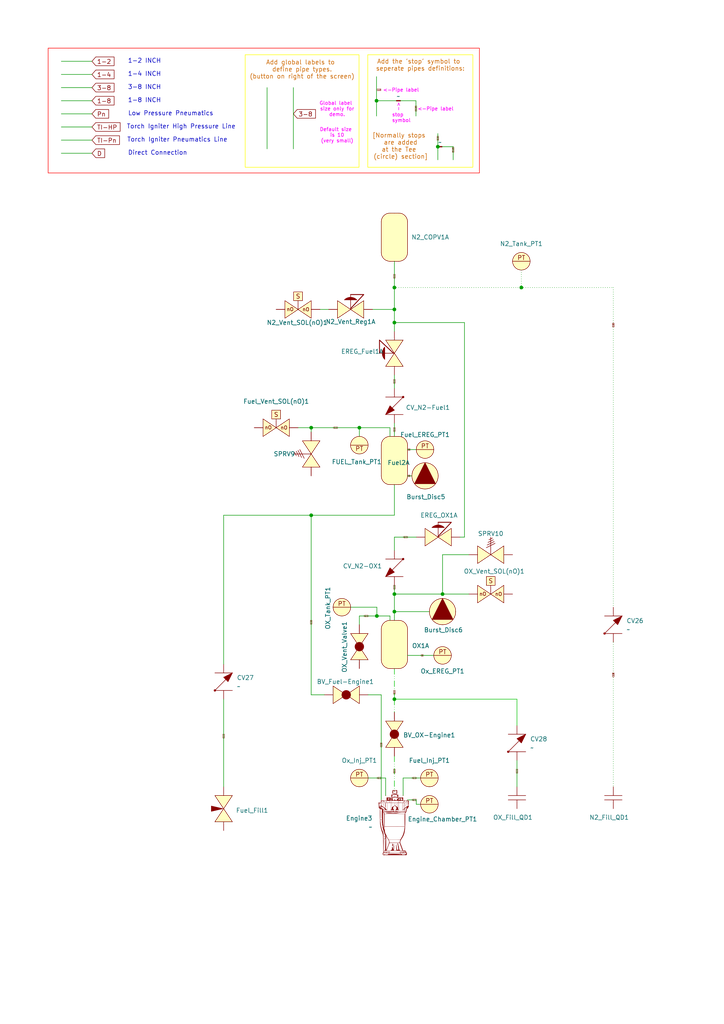
<source format=kicad_sch>
(kicad_sch (version 20250114) (generator "eeschema") (generator_version "9.0")
  (paper "A4" portrait)
  (lib_symbols
    (symbol "Ball_Valve_1"
      (property "Reference" "BV" (at 3.81 -4.318 0))
      (symbol "Ball_Valve_1_1_1"
        (pin passive line (at -2.54 0 0) (length 2.54) (name "") (number ""))
        (pin passive line (at 10.16 0 180) (length 2.54) (name "") (number ""))
      )
    )
    (symbol "Ball_Valve_2"
      (property "Reference" "BV" (at 3.81 -4.318 0))
      (symbol "Ball_Valve_2_1_1"
        (pin passive line (at -2.54 0 0) (length 2.54) (name "") (number ""))
        (pin passive line (at 10.16 0 180) (length 2.54) (name "") (number ""))
      )
    )
    (symbol "Burst_Disc_1"
      (property "Reference" "Burst_Disc" (at 0 -5.334 0))
      (symbol "Burst_Disc_1_1_1"
        (pin passive line (at -3.81 0 0) (length 0) (name "") (number ""))
        (pin passive line (at 0 -3.81 90) (length 0) (name "") (number ""))
        (pin passive line (at 3.81 0 180) (length 0) (name "") (number ""))
      )
    )
    (symbol "Check_Valve_1"
      (property "Reference" "CV" (at 2.54 -4.064 0))
      (symbol "Check_Valve_1_1_1"
        (pin bidirectional line (at -2.54 0 0) (length 2.54) (name "") (number ""))
        (pin bidirectional line (at 7.62 0 180) (length 2.54) (name "") (number ""))
      )
    )
    (symbol "Check_Valve_2"
      (property "Reference" "CV" (at 2.54 -4.064 0))
      (symbol "Check_Valve_2_1_1"
        (pin bidirectional line (at -2.54 0 0) (length 2.54) (name "") (number ""))
        (pin bidirectional line (at 7.62 0 180) (length 2.54) (name "") (number ""))
      )
    )
    (symbol "Check_Valve_3"
      (property "Reference" "CV" (at 2.54 -4.064 0))
      (symbol "Check_Valve_3_1_1"
        (pin bidirectional line (at -2.54 0 0) (length 2.54) (name "") (number ""))
        (pin bidirectional line (at 7.62 0 180) (length 2.54) (name "") (number ""))
      )
    )
    (symbol "Check_Valve_4"
      (property "Reference" "CV" (at 2.54 -4.064 0))
      (symbol "Check_Valve_4_1_1"
        (pin bidirectional line (at -2.54 0 0) (length 2.54) (name "") (number ""))
        (pin bidirectional line (at 7.62 0 180) (length 2.54) (name "") (number ""))
      )
    )
    (symbol "Normally Open Solenoid_1"
      (property "Reference" "nO_Sol" (at 3.81 -3.81 0))
      (symbol "Normally Open Solenoid_1_1_1"
        (text "nO\n\n" (at 1.524 -0.762 0) (effects (font (size 1 1))))
        (text "S\n" (at 3.81 3.81 0) (effects (font (size 1.27 1.27))))
        (text "nO" (at 6.096 0 0) (effects (font (size 1 1))))
        (pin passive line (at -2.54 0 0) (length 2.54) (name "") (number ""))
        (pin passive line (at 10.16 0 180) (length 2.54) (name "") (number ""))
      )
    )
    (symbol "Normally Open Solenoid_2"
      (property "Reference" "nO_Sol" (at 3.81 -3.81 0))
      (symbol "Normally Open Solenoid_2_1_1"
        (text "nO\n\n" (at 1.524 -0.762 0) (effects (font (size 1 1))))
        (text "S\n" (at 3.81 3.81 0) (effects (font (size 1.27 1.27))))
        (text "nO" (at 6.096 0 0) (effects (font (size 1 1))))
        (pin passive line (at -2.54 0 0) (length 2.54) (name "") (number ""))
        (pin passive line (at 10.16 0 180) (length 2.54) (name "") (number ""))
      )
    )
    (symbol "PID_symbols:Ball_Valve"
      (property "Reference" "BV" (at 3.81 -4.318 0))
      (symbol "Ball_Valve_1_1"
        (pin passive line (at -2.54 0 0) (length 2.54) (name "") (number ""))
        (pin passive line (at 10.16 0 180) (length 2.54) (name "") (number ""))
      )
    )
    (symbol "PID_symbols:Burst_Disc"
      (property "Reference" "Burst_Disc" (at 0 -5.334 0))
      (symbol "Burst_Disc_1_1"
        (pin passive line (at -3.81 0 0) (length 0) (name "") (number ""))
        (pin passive line (at 0 -3.81 90) (length 0) (name "") (number ""))
        (pin passive line (at 3.81 0 180) (length 0) (name "") (number ""))
      )
    )
    (symbol "PID_symbols:Check_Valve"
      (property "Reference" "CV" (at 2.54 -4.064 0))
      (symbol "Check_Valve_1_1"
        (pin bidirectional line (at -2.54 0 0) (length 2.54) (name "") (number ""))
        (pin bidirectional line (at 7.62 0 180) (length 2.54) (name "") (number ""))
      )
    )
    (symbol "PID_symbols:Engine"
      (property "Reference" "Engine" (at 0 0 0))
      (symbol "Engine_1_1"
        (pin input line (at -3.81 3.81 0) (length 0) (name "") (number ""))
        (pin input line (at -2.54 5.08 0) (length 0) (name "") (number ""))
        (pin input line (at 0 6.35 0) (length 0) (name "") (number ""))
        (pin input line (at 2.54 5.08 0) (length 0) (name "") (number ""))
        (pin input line (at 3.81 3.81 0) (length 0) (name "") (number ""))
      )
    )
    (symbol "PID_symbols:Needle_Valve"
      (property "Reference" "Needle_Valve" (at 3.556 -3.81 0))
      (symbol "Needle_Valve_1_1"
        (pin passive line (at -2.54 0 0) (length 2.54) (name "") (number ""))
        (pin passive line (at 10.16 0 180) (length 2.54) (name "") (number ""))
      )
    )
    (symbol "PID_symbols:Normally Open Solenoid"
      (property "Reference" "nO_Sol" (at 3.81 -3.81 0))
      (symbol "Normally Open Solenoid_1_1"
        (text "nO\n\n" (at 1.524 -0.762 0) (effects (font (size 1 1))))
        (text "S\n" (at 3.81 3.81 0) (effects (font (size 1.27 1.27))))
        (text "nO" (at 6.096 0 0) (effects (font (size 1 1))))
        (pin passive line (at -2.54 0 0) (length 2.54) (name "") (number ""))
        (pin passive line (at 10.16 0 180) (length 2.54) (name "") (number ""))
      )
    )
    (symbol "PID_symbols:Pressure_Regulator"
      (property "Reference" "Servo_Reg" (at 3.81 -3.81 0))
      (symbol "Pressure_Regulator_1_1"
        (unit_name "Reg")
        (pin passive line (at -2.54 0 0) (length 2.54) (name "") (number ""))
        (pin passive line (at 10.16 0 180) (length 2.54) (name "") (number ""))
      )
      (symbol "Pressure_Regulator_1_2"
        (unit_name "Reg")
        (pin passive line (at -2.54 0 0) (length 2.54) (name "") (number ""))
        (pin passive line (at 10.16 0 180) (length 2.54) (name "") (number ""))
      )
      (symbol "Pressure_Regulator_2_1"
        (unit_name "Servo-Reg")
        (pin passive line (at -2.54 0 0) (length 2.54) (name "") (number ""))
        (pin passive line (at 10.16 0 180) (length 2.54) (name "") (number ""))
      )
      (symbol "Pressure_Regulator_2_2"
        (unit_name "Servo-Reg")
        (pin passive line (at -2.54 0 0) (length 2.54) (name "") (number ""))
        (pin passive line (at 10.16 0 180) (length 2.54) (name "") (number ""))
      )
    )
    (symbol "PID_symbols:Pressure_Transducer"
      (property "Reference" "PT" (at 0 -3.81 0))
      (symbol "Pressure_Transducer_1_1"
        (text "PT\n" (at 0 1.016 0) (effects (font (size 1.27 1.27))))
        (pin passive line (at -2.54 0 0) (length 0) (name "") (number ""))
        (pin passive line (at 0 -2.54 90) (length 0) (name "") (number ""))
        (pin passive line (at 2.54 0 180) (length 0) (name "") (number ""))
      )
    )
    (symbol "PID_symbols:Quick_Disconnect"
      (property "Reference" "QD" (at 0.762 -4.572 0))
      (symbol "Quick_Disconnect_1_1"
        (pin passive line (at -2.54 0 0) (length 2.54) (name "") (number ""))
        (pin passive line (at 3.81 0 180) (length 2.54) (name "") (number ""))
      )
    )
    (symbol "PID_symbols:SPRV"
      (property "Reference" "SPRV" (at 3.556 -3.302 0))
      (symbol "SPRV_1_1"
        (pin passive line (at -2.54 0 0) (length 2.54) (name "") (number ""))
        (pin passive line (at 10.16 0 180) (length 2.54) (name "") (number ""))
      )
    )
    (symbol "PID_symbols:Tank"
      (property "Reference" "T" (at 6.35 5.08 0))
      (symbol "Tank_1_1"
        (unit_name "Small")
        (pin passive line (at 1.27 11.43 270) (length 0) (name "") (number ""))
        (pin passive line (at 1.27 -2.54 90) (length 0) (name "") (number ""))
      )
      (symbol "Tank_1_2"
        (unit_name "Small")
        (pin passive line (at 1.27 11.43 270) (length 0) (name "") (number ""))
        (pin passive line (at 1.27 -2.54 90) (length 0) (name "") (number ""))
      )
      (symbol "Tank_2_1"
        (unit_name "Big COAX")
        (pin passive line (at 0 20.32 90) (length 0) (name "") (number ""))
        (pin passive line (at 2.54 -2.54 90) (length 0) (name "") (number ""))
      )
      (symbol "Tank_2_2"
        (unit_name "Big COAX")
        (pin passive line (at 0 -2.54 90) (length 0) (name "") (number ""))
        (pin passive line (at 2.54 -2.54 90) (length 0) (name "") (number ""))
      )
    )
    (symbol "PID_symbols:stop" (in_bom no) (on_board no)
      (symbol "stop_1_1"
        (pin bidirectional line (at -1.27 0 0) (length 0) (name "") (number ""))
        (pin bidirectional line (at 0 0 180) (length 0) (name "") (number ""))
      )
    )
    (symbol "Pressure_Regulator_1"
      (property "Reference" "Servo_Reg" (at 3.81 -3.81 0))
      (symbol "Pressure_Regulator_1_1_1"
        (unit_name "Reg")
        (pin passive line (at -2.54 0 0) (length 2.54) (name "") (number ""))
        (pin passive line (at 10.16 0 180) (length 2.54) (name "") (number ""))
      )
      (symbol "Pressure_Regulator_1_1_2"
        (unit_name "Reg")
        (pin passive line (at -2.54 0 0) (length 2.54) (name "") (number ""))
        (pin passive line (at 10.16 0 180) (length 2.54) (name "") (number ""))
      )
      (symbol "Pressure_Regulator_1_2_1"
        (unit_name "Servo-Reg")
        (pin passive line (at -2.54 0 0) (length 2.54) (name "") (number ""))
        (pin passive line (at 10.16 0 180) (length 2.54) (name "") (number ""))
      )
      (symbol "Pressure_Regulator_1_2_2"
        (unit_name "Servo-Reg")
        (pin passive line (at -2.54 0 0) (length 2.54) (name "") (number ""))
        (pin passive line (at 10.16 0 180) (length 2.54) (name "") (number ""))
      )
    )
    (symbol "Pressure_Regulator_2"
      (property "Reference" "Servo_Reg" (at 3.81 -3.81 0))
      (symbol "Pressure_Regulator_2_1_1"
        (unit_name "Reg")
        (pin passive line (at -2.54 0 0) (length 2.54) (name "") (number ""))
        (pin passive line (at 10.16 0 180) (length 2.54) (name "") (number ""))
      )
      (symbol "Pressure_Regulator_2_1_2"
        (unit_name "Reg")
        (pin passive line (at -2.54 0 0) (length 2.54) (name "") (number ""))
        (pin passive line (at 10.16 0 180) (length 2.54) (name "") (number ""))
      )
      (symbol "Pressure_Regulator_2_2_1"
        (unit_name "Servo-Reg")
        (pin passive line (at -2.54 0 0) (length 2.54) (name "") (number ""))
        (pin passive line (at 10.16 0 180) (length 2.54) (name "") (number ""))
      )
      (symbol "Pressure_Regulator_2_2_2"
        (unit_name "Servo-Reg")
        (pin passive line (at -2.54 0 0) (length 2.54) (name "") (number ""))
        (pin passive line (at 10.16 0 180) (length 2.54) (name "") (number ""))
      )
    )
    (symbol "Pressure_Transducer_1"
      (property "Reference" "PT" (at 0 -3.81 0))
      (symbol "Pressure_Transducer_1_1_1"
        (text "PT\n" (at 0 1.016 0) (effects (font (size 1.27 1.27))))
        (pin passive line (at -2.54 0 0) (length 0) (name "") (number ""))
        (pin passive line (at 0 -2.54 90) (length 0) (name "") (number ""))
        (pin passive line (at 2.54 0 180) (length 0) (name "") (number ""))
      )
    )
    (symbol "Pressure_Transducer_2"
      (property "Reference" "PT" (at 0 -3.81 0))
      (symbol "Pressure_Transducer_2_1_1"
        (text "PT\n" (at 0 1.016 0) (effects (font (size 1.27 1.27))))
        (pin passive line (at -2.54 0 0) (length 0) (name "") (number ""))
        (pin passive line (at 0 -2.54 90) (length 0) (name "") (number ""))
        (pin passive line (at 2.54 0 180) (length 0) (name "") (number ""))
      )
    )
    (symbol "Pressure_Transducer_3"
      (property "Reference" "PT" (at 0 -3.81 0))
      (symbol "Pressure_Transducer_3_1_1"
        (text "PT\n" (at 0 1.016 0) (effects (font (size 1.27 1.27))))
        (pin passive line (at -2.54 0 0) (length 0) (name "") (number ""))
        (pin passive line (at 0 -2.54 90) (length 0) (name "") (number ""))
        (pin passive line (at 2.54 0 180) (length 0) (name "") (number ""))
      )
    )
    (symbol "Pressure_Transducer_4"
      (property "Reference" "PT" (at 0 -3.81 0))
      (symbol "Pressure_Transducer_4_1_1"
        (text "PT\n" (at 0 1.016 0) (effects (font (size 1.27 1.27))))
        (pin passive line (at -2.54 0 0) (length 0) (name "") (number ""))
        (pin passive line (at 0 -2.54 90) (length 0) (name "") (number ""))
        (pin passive line (at 2.54 0 180) (length 0) (name "") (number ""))
      )
    )
    (symbol "Pressure_Transducer_5"
      (property "Reference" "PT" (at 0 -3.81 0))
      (symbol "Pressure_Transducer_5_1_1"
        (text "PT\n" (at 0 1.016 0) (effects (font (size 1.27 1.27))))
        (pin passive line (at -2.54 0 0) (length 0) (name "") (number ""))
        (pin passive line (at 0 -2.54 90) (length 0) (name "") (number ""))
        (pin passive line (at 2.54 0 180) (length 0) (name "") (number ""))
      )
    )
    (symbol "Pressure_Transducer_6"
      (property "Reference" "PT" (at 0 -3.81 0))
      (symbol "Pressure_Transducer_6_1_1"
        (text "PT\n" (at 0 1.016 0) (effects (font (size 1.27 1.27))))
        (pin passive line (at -2.54 0 0) (length 0) (name "") (number ""))
        (pin passive line (at 0 -2.54 90) (length 0) (name "") (number ""))
        (pin passive line (at 2.54 0 180) (length 0) (name "") (number ""))
      )
    )
    (symbol "Pressure_Transducer_7"
      (property "Reference" "PT" (at 0 -3.81 0))
      (symbol "Pressure_Transducer_7_1_1"
        (text "PT\n" (at 0 1.016 0) (effects (font (size 1.27 1.27))))
        (pin passive line (at -2.54 0 0) (length 0) (name "") (number ""))
        (pin passive line (at 0 -2.54 90) (length 0) (name "") (number ""))
        (pin passive line (at 2.54 0 180) (length 0) (name "") (number ""))
      )
    )
    (symbol "Quick_Disconnect_1"
      (property "Reference" "QD" (at 0.762 -4.572 0))
      (symbol "Quick_Disconnect_1_1_1"
        (pin passive line (at -2.54 0 0) (length 2.54) (name "") (number ""))
        (pin passive line (at 3.81 0 180) (length 2.54) (name "") (number ""))
      )
    )
    (symbol "SPRV_1"
      (property "Reference" "SPRV" (at 3.556 -3.302 0))
      (symbol "SPRV_1_1_1"
        (pin passive line (at -2.54 0 0) (length 2.54) (name "") (number ""))
        (pin passive line (at 10.16 0 180) (length 2.54) (name "") (number ""))
      )
    )
    (symbol "Tank_1"
      (property "Reference" "T" (at 6.35 5.08 0))
      (symbol "Tank_1_1_1"
        (unit_name "Small")
        (pin passive line (at 1.27 11.43 270) (length 0) (name "") (number ""))
        (pin passive line (at 1.27 -2.54 90) (length 0) (name "") (number ""))
      )
      (symbol "Tank_1_1_2"
        (unit_name "Small")
        (pin passive line (at 1.27 11.43 270) (length 0) (name "") (number ""))
        (pin passive line (at 1.27 -2.54 90) (length 0) (name "") (number ""))
      )
      (symbol "Tank_1_2_1"
        (unit_name "Big COAX")
        (pin passive line (at 0 20.32 90) (length 0) (name "") (number ""))
        (pin passive line (at 2.54 -2.54 90) (length 0) (name "") (number ""))
      )
      (symbol "Tank_1_2_2"
        (unit_name "Big COAX")
        (pin passive line (at 0 -2.54 90) (length 0) (name "") (number ""))
        (pin passive line (at 2.54 -2.54 90) (length 0) (name "") (number ""))
      )
    )
    (symbol "Tank_2"
      (property "Reference" "T" (at 6.35 5.08 0))
      (symbol "Tank_2_1_1"
        (unit_name "Small")
        (pin passive line (at 1.27 11.43 270) (length 0) (name "") (number ""))
        (pin passive line (at 1.27 -2.54 90) (length 0) (name "") (number ""))
      )
      (symbol "Tank_2_1_2"
        (unit_name "Small")
        (pin passive line (at 1.27 11.43 270) (length 0) (name "") (number ""))
        (pin passive line (at 1.27 -2.54 90) (length 0) (name "") (number ""))
      )
      (symbol "Tank_2_2_1"
        (unit_name "Big COAX")
        (pin passive line (at 0 20.32 90) (length 0) (name "") (number ""))
        (pin passive line (at 2.54 -2.54 90) (length 0) (name "") (number ""))
      )
      (symbol "Tank_2_2_2"
        (unit_name "Big COAX")
        (pin passive line (at 0 -2.54 90) (length 0) (name "") (number ""))
        (pin passive line (at 2.54 -2.54 90) (length 0) (name "") (number ""))
      )
    )
    (symbol "stop_1" (in_bom no) (on_board no)
      (symbol "stop_1_1_1"
        (pin bidirectional line (at -1.27 0 0) (length 0) (name "") (number ""))
        (pin bidirectional line (at 0 0 180) (length 0) (name "") (number ""))
      )
    )
  )
  (rectangle (start 106.68 15.875) (end 137.16 48.514) (stroke (width 0) (color 255 255 0 1)))
  (rectangle (start 71.12 15.875) (end 104.14 48.514) (stroke (width 0) (color 255 255 0 1)))
  (rectangle (start 13.97 13.97) (end 139.065 50.165) (stroke (width 0) (color 255 0 0 1)))
  (text "1-8 INCH\n" (at 41.91 29.21 0) (effects (font (size 1.27 1.27))))
  (text "Add global labels to \ndefine pipe types.\n(button on right of the screen)" (at 87.63 20.32 0) (effects (font (size 1.27 1.27))))
  (text "Add the 'stop' symbol to \nseperate pipes definitions:\n" (at 121.92 19.05 0) (effects (font (size 1.27 1.27))))
  (text "stop\nsymbol" (at 113.665 34.29 0) (effects (font (size 1.016 1.016)) (justify left)))
  (text "<-Pipe label\n" (at 116.332 26.289 0) (effects (font (size 1.016 1.016))))
  (text " Torch Igniter High Pressure Line" (at 52.07 36.83 0) (effects (font (size 1.27 1.27))))
  (text "Default size \nis 10\n(very small)\n" (at 97.79 39.37 0) (effects (font (size 1.016 1.016))))
  (text "Global label \nsize only for\ndemo." (at 97.79 31.75 0) (effects (font (size 1.016 1.016))))
  (text "[Normally stops \nare added\nat the Tee \n(circle) section]" (at 116.205 42.545 0) (effects (font (size 1.27 1.27))))
  (text "1-2 INCH\n" (at 41.91 17.78 0) (effects (font (size 1.27 1.27))))
  (text "->" (at 115.57 31.115 90) (effects (font (size 1.016 1.016))))
  (text "Low Pressure Pneumatics" (at 49.53 33.02 0) (effects (font (size 1.27 1.27))))
  (text "<-Pipe label\n" (at 126.365 31.75 0) (effects (font (size 1.016 1.016))))
  (text "1-4 INCH\n" (at 41.91 21.59 0) (effects (font (size 1.27 1.27))))
  (text "Torch Igniter Pneumatics Line" (at 51.435 40.64 0) (effects (font (size 1.27 1.27))))
  (text "Direct Connection" (at 45.72 44.45 0) (effects (font (size 1.27 1.27))))
  (text "3-8 INCH\n" (at 41.91 25.4 0) (effects (font (size 1.27 1.27))))
  (junction (at 114.3982 177.3693))
  (junction (at 90.2682 124.0293))
  (junction (at 90.2682 149.4293))
  (junction (at 114.3982 202.7693))
  (junction (at 128.3682 172.2893))
  (junction (at 114.3982 93.5493))
  (junction (at 114.3982 172.2893))
  (junction (at 104.2382 124.0293))
  (junction (at 109.3182 178.6393))
  (junction (at 151.2282 83.3893))
  (junction (at 109.22 29.21))
  (junction (at 127 42.545))
  (junction (at 114.3982 83.3893))
  (junction (at 114.3982 89.7393))
  (wire (pts (xy 128.27 42.545) (xy 131.445 42.545)))
  (wire (pts (xy 149.9582 202.7693) (xy 149.9582 210.3893)) (stroke (width 0) (color 0 194 0 1)))
  (wire (pts (xy 90.2682 149.4293) (xy 90.2682 201.4993)))
  (wire (pts (xy 114.3982 93.5493) (xy 134.7182 93.5493)))
  (wire (pts (xy 177.8982 83.3893) (xy 177.8982 176.0993)) (stroke (width 0) (type dot)))
  (wire (pts (xy 134.7182 93.5493) (xy 134.7182 155.7793)))
  (wire (pts (xy 114.3982 89.7393) (xy 114.3982 93.5493)))
  (wire (pts (xy 151.2282 78.3093) (xy 151.2282 83.3893)) (stroke (width 0) (type dot)))
  (wire (pts (xy 104.2382 178.6393) (xy 104.2382 181.1793)))
  (wire (pts (xy 114.3982 108.7893) (xy 114.3982 112.5993)))
  (wire (pts (xy 120.65 29.21) (xy 120.65 33.655)))
  (wire (pts (xy 118.2082 190.0693) (xy 125.8282 190.0693)))
  (wire (pts (xy 118.2082 137.9993) (xy 119.4782 137.9993)))
  (wire (pts (xy 114.3982 177.3693) (xy 114.3982 179.9093)))
  (wire (pts (xy 64.8682 202.7693) (xy 64.8682 228.1693)))
  (wire (pts (xy 17.78 21.59) (xy 26.67 21.59)))
  (wire (pts (xy 114.3982 202.7693) (xy 114.3982 206.5793)) (stroke (width 0) (type dash_dot_dot) (color 0 194 0 1)))
  (wire (pts (xy 114.3982 169.7493) (xy 114.3982 172.2893)))
  (wire (pts (xy 120.7482 231.9793) (xy 120.7482 233.2493)))
  (wire (pts (xy 128.3682 160.8593) (xy 135.9882 160.8593)))
  (wire (pts (xy 114.3982 193.8793) (xy 114.3982 202.7693)) (stroke (width 0) (type dash_dot_dot) (color 0 194 0 1)))
  (wire (pts (xy 17.78 25.4) (xy 26.67 25.4)))
  (wire (pts (xy 133.4482 155.7793) (xy 134.7182 155.7793)))
  (wire (pts (xy 114.3982 93.5493) (xy 114.3982 96.0893)))
  (wire (pts (xy 92.8082 89.7393) (xy 95.3482 89.7393)))
  (wire (pts (xy 109.3182 178.6393) (xy 104.2382 178.6393)))
  (wire (pts (xy 109.22 29.21) (xy 109.22 33.655)))
  (wire (pts (xy 109.22 29.21) (xy 114.935 29.21)))
  (wire (pts (xy 109.3182 178.6393) (xy 109.3182 176.0993)))
  (wire (pts (xy 114.3982 122.7593) (xy 114.3982 126.5693)))
  (wire (pts (xy 113.1282 126.5693) (xy 113.1282 124.0293)))
  (wire (pts (xy 77.47 25.4) (xy 77.47 43.18)))
  (wire (pts (xy 111.8582 230.7093) (xy 111.8582 225.6293)))
  (wire (pts (xy 17.78 44.45) (xy 26.67 44.45)))
  (wire (pts (xy 85.09 25.4) (xy 85.09 43.18)))
  (wire (pts (xy 110.5882 201.4993) (xy 110.5882 231.9793)))
  (wire (pts (xy 114.3982 177.3693) (xy 124.5582 177.3693)))
  (wire (pts (xy 120.7482 155.7793) (xy 114.3982 155.7793)))
  (wire (pts (xy 104.2382 124.0293) (xy 113.1282 124.0293)))
  (wire (pts (xy 64.8682 149.4293) (xy 90.2682 149.4293)))
  (wire (pts (xy 113.1282 178.6393) (xy 109.3182 178.6393)))
  (wire (pts (xy 128.3682 172.2893) (xy 128.3682 160.8593)))
  (wire (pts (xy 118.2082 130.3793) (xy 120.7482 130.3793)))
  (wire (pts (xy 17.78 40.64) (xy 26.67 40.64)))
  (wire (pts (xy 114.3982 83.3893) (xy 151.2282 83.3893)) (stroke (width 0) (type dot)))
  (wire (pts (xy 114.3982 219.2793) (xy 114.3982 229.4393)) (stroke (width 0) (type dash_dot_dot) (color 0 194 0 1)))
  (wire (pts (xy 116.205 29.21) (xy 120.65 29.21)))
  (wire (pts (xy 113.1282 179.9093) (xy 113.1282 178.6393)))
  (wire (pts (xy 86.4582 124.0293) (xy 90.2682 124.0293)))
  (wire (pts (xy 116.9382 225.6293) (xy 122.0182 225.6293)))
  (wire (pts (xy 116.9382 230.7093) (xy 116.9382 225.6293)))
  (wire (pts (xy 127 38.735) (xy 127 42.545)))
  (wire (pts (xy 114.3982 172.2893) (xy 114.3982 177.3693)))
  (wire (pts (xy 114.3982 83.3893) (xy 114.3982 89.7393)))
  (wire (pts (xy 127 42.545) (xy 127 46.355)))
  (wire (pts (xy 114.3982 149.4293) (xy 90.2682 149.4293)))
  (wire (pts (xy 114.3982 172.2893) (xy 128.3682 172.2893)))
  (wire (pts (xy 111.8582 225.6293) (xy 106.7782 225.6293)))
  (wire (pts (xy 131.445 42.545) (xy 131.445 46.355)))
  (wire (pts (xy 17.78 29.21) (xy 26.67 29.21)))
  (wire (pts (xy 106.7782 201.4993) (xy 110.5882 201.4993)))
  (wire (pts (xy 17.78 33.02) (xy 26.67 33.02)))
  (wire (pts (xy 151.2282 83.3893) (xy 177.8982 83.3893)) (stroke (width 0) (type dot)))
  (wire (pts (xy 17.78 17.78) (xy 26.67 17.78)))
  (wire (pts (xy 90.2682 124.0293) (xy 104.2382 124.0293)))
  (wire (pts (xy 64.8682 192.6093) (xy 64.8682 149.4293)))
  (wire (pts (xy 177.8982 186.2593) (xy 177.8982 228.1693)) (stroke (width 0) (type dot)))
  (wire (pts (xy 108.0482 89.7393) (xy 114.3982 89.7393)))
  (wire (pts (xy 114.3982 140.5393) (xy 114.3982 149.4293)))
  (wire (pts (xy 128.3682 172.2893) (xy 135.9882 172.2893)))
  (wire (pts (xy 104.2382 124.0293) (xy 104.2382 126.5693)))
  (wire (pts (xy 118.2082 231.9793) (xy 120.7482 231.9793)))
  (wire (pts (xy 17.78 36.83) (xy 26.67 36.83)))
  (wire (pts (xy 90.2682 201.4993) (xy 94.0782 201.4993)))
  (wire (pts (xy 114.3982 155.7793) (xy 114.3982 159.5893)))
  (wire (pts (xy 114.3982 75.7693) (xy 114.3982 83.3893)))
  (wire (pts (xy 120.7482 233.2493) (xy 122.0182 233.2493)))
  (wire (pts (xy 90.2682 124.0293) (xy 90.2682 125.2993)))
  (wire (pts (xy 149.9582 220.5493) (xy 149.9582 228.1693)))
  (wire (pts (xy 114.3982 202.7693) (xy 149.9582 202.7693)) (stroke (width 0) (color 0 194 0 1)))
  (wire (pts (xy 109.22 22.225) (xy 109.22 29.21)))
  (wire (pts (xy 101.6982 176.0993) (xy 109.3182 176.0993)))
  (global_label "1-4" (shape input) (at 109.3182 225.6293 0) (effects (font (size 0.254 0.254))) (property "Intersheetrefs" "${INTERSHEET_REFS}" (effects (hide yes))))
  (global_label "TI-HP" (shape input) (at 26.67 36.83 0) (property "Intersheetrefs" "${INTERSHEET_REFS}" (effects (hide yes))))
  (global_label "D" (shape input) (at 26.67 44.45 0) (property "Intersheetrefs" "${INTERSHEET_REFS}" (effects (hide yes))))
  (global_label "1-4" (shape input) (at 64.8682 214.1993 90) (effects (font (size 0.254 0.254))) (property "Intersheetrefs" "${INTERSHEET_REFS}" (effects (hide yes))))
  (global_label "1-2" (shape input) (at 110.5882 216.7393 90) (effects (font (size 0.254 0.254))) (property "Intersheetrefs" "${INTERSHEET_REFS}" (effects (hide yes))))
  (global_label "1-2" (shape input) (at 109.22 26.035 0) (effects (font (size 0.254 0.254))) (property "Intersheetrefs" "${INTERSHEET_REFS}" (effects (hide yes))))
  (global_label "1-8" (shape input) (at 26.67 29.21 0) (property "Intersheetrefs" "${INTERSHEET_REFS}" (effects (hide yes))))
  (global_label "3-8" (shape input) (at 26.67 25.4 0) (property "Intersheetrefs" "${INTERSHEET_REFS}" (effects (hide yes))))
  (global_label "D" (shape input) (at 118.2082 137.9993 0) (effects (font (size 0.254 0.254))) (property "Intersheetrefs" "${INTERSHEET_REFS}" (effects (hide yes))))
  (global_label "3-4" (shape input) (at 114.3982 224.3593 90) (effects (font (size 0.254 0.254))) (property "Intersheetrefs" "${INTERSHEET_REFS}" (effects (hide yes))))
  (global_label "1-4" (shape input) (at 119.4782 231.9793 0) (effects (font (size 0.254 0.254))) (property "Intersheetrefs" "${INTERSHEET_REFS}" (effects (hide yes))))
  (global_label "3-4" (shape input) (at 114.3982 201.4993 90) (effects (font (size 0.254 0.254))) (property "Intersheetrefs" "${INTERSHEET_REFS}" (effects (hide yes))))
  (global_label "D" (shape input) (at 122.0182 190.0693 0) (effects (font (size 0.254 0.254))) (property "Intersheetrefs" "${INTERSHEET_REFS}" (effects (hide yes))))
  (global_label "1-4" (shape input) (at 114.3982 80.8493 90) (effects (font (size 0.254 0.254))) (property "Intersheetrefs" "${INTERSHEET_REFS}" (effects (hide yes))))
  (global_label "1-2" (shape input) (at 90.2682 181.1793 90) (effects (font (size 0.254 0.254))) (property "Intersheetrefs" "${INTERSHEET_REFS}" (effects (hide yes))))
  (global_label "TI-Pn" (shape input) (at 26.67 40.64 0) (property "Intersheetrefs" "${INTERSHEET_REFS}" (effects (hide yes))))
  (global_label "Pn" (shape input) (at 26.67 33.02 0) (property "Intersheetrefs" "${INTERSHEET_REFS}" (effects (hide yes))))
  (global_label "1-4" (shape input) (at 105.5082 178.6393 0) (effects (font (size 0.254 0.254))) (property "Intersheetrefs" "${INTERSHEET_REFS}" (effects (hide yes))))
  (global_label "3-8" (shape input) (at 85.09 33.02 0) (property "Intersheetrefs" "${INTERSHEET_REFS}" (effects (hide yes))))
  (global_label "1-8" (shape input) (at 177.8982 196.4193 90) (effects (font (size 0.254 0.254))) (property "Intersheetrefs" "${INTERSHEET_REFS}" (effects (hide yes))))
  (global_label "1-4" (shape input) (at 114.3982 111.3293 90) (effects (font (size 0.254 0.254))) (property "Intersheetrefs" "${INTERSHEET_REFS}" (effects (hide yes))))
  (global_label "D" (shape input) (at 118.2082 130.3793 0) (effects (font (size 0.254 0.254))) (property "Intersheetrefs" "${INTERSHEET_REFS}" (effects (hide yes))))
  (global_label "1-4" (shape input) (at 116.9382 155.7793 0) (effects (font (size 0.254 0.254))) (property "Intersheetrefs" "${INTERSHEET_REFS}" (effects (hide yes))))
  (global_label "1-2" (shape input) (at 127 39.37 270) (effects (font (size 0.254 0.254))) (property "Intersheetrefs" "${INTERSHEET_REFS}" (effects (hide yes))))
  (global_label "1-2" (shape input) (at 26.67 17.78 0) (property "Intersheetrefs" "${INTERSHEET_REFS}" (effects (hide yes))))
  (global_label "1-4" (shape input) (at 26.67 21.59 0) (property "Intersheetrefs" "${INTERSHEET_REFS}" (effects (hide yes))))
  (global_label "1-4" (shape input) (at 96.6182 124.0293 0) (effects (font (size 0.254 0.254))) (property "Intersheetrefs" "${INTERSHEET_REFS}" (effects (hide yes))))
  (global_label "1-4" (shape input) (at 114.3982 171.0193 90) (effects (font (size 0.254 0.254))) (property "Intersheetrefs" "${INTERSHEET_REFS}" (effects (hide yes))))
  (global_label "1-4" (shape input) (at 149.9582 224.3593 90) (effects (font (size 0.254 0.254))) (property "Intersheetrefs" "${INTERSHEET_REFS}" (effects (hide yes))))
  (global_label "TI-HP" (shape input) (at 131.445 42.545 270) (effects (font (size 0.254 0.254))) (property "Intersheetrefs" "${INTERSHEET_REFS}" (effects (hide yes))))
  (global_label "TI-HP" (shape input) (at 120.65 32.385 90) (effects (font (size 0.254 0.254))) (property "Intersheetrefs" "${INTERSHEET_REFS}" (effects (hide yes))))
  (global_label "1-4" (shape input) (at 119.4782 225.6293 0) (effects (font (size 0.254 0.254))) (property "Intersheetrefs" "${INTERSHEET_REFS}" (effects (hide yes))))
  (global_label "1-4" (shape input) (at 114.3982 125.2993 90) (effects (font (size 0.254 0.254))) (property "Intersheetrefs" "${INTERSHEET_REFS}" (effects (hide yes))))
  (global_label "1-8" (shape input) (at 177.8982 93.5493 270) (effects (font (size 0.254 0.254))) (property "Intersheetrefs" "${INTERSHEET_REFS}" (effects (hide yes))))
  (symbol (lib_id "PID_symbols:stop") (at 128.27 42.545 0) (unit 1) (in_bom no) (on_board no)
    (property "Reference" "U24" (effects (hide yes)))
    (property "Value" "~" (at 127.635 41.275 0))
  )
  (symbol (lib_id "PID_symbols:Ball_Valve") (at 96.6182 201.4993 0) (unit 1)
    (property "Reference" "BV_Fuel-Engine1" (at 100.1742 197.6893 0))
  )
  (symbol (lib_id "PID_symbols:SPRV") (at 138.5282 160.8593 0) (unit 1)
    (property "Reference" "SPRV10" (at 142.3382 154.7633 0))
  )
  (symbol (lib_name "SPRV_1") (lib_id "PID_symbols:SPRV") (at 90.2682 135.4593 90) (unit 1)
    (property "Reference" "SPRV9" (at 79.3462 131.6493 90) (effects (justify right)))
  )
  (symbol (lib_id "PID_symbols:Check_Valve") (at 64.8682 200.2293 90) (unit 1)
    (property "Reference" "CV27" (at 68.6782 196.5462 90) (effects (justify right)))
    (property "Value" "~" (at 68.6782 199.0862 90) (effects (justify right)))
  )
  (symbol (lib_id "PID_symbols:Quick_Disconnect") (at 149.9582 231.9793 90) (unit 1)
    (property "Reference" "OX_Fill_QD1" (at 154.5302 237.0593 90) (effects (justify left)))
  )
  (symbol (lib_id "PID_symbols:Pressure_Transducer") (at 128.3682 190.0693 0) (unit 1)
    (property "Reference" "Ox_EREG_PT1" (at 128.3682 194.6413 0))
  )
  (symbol (lib_id "PID_symbols:Needle_Valve") (at 64.8682 238.3293 90) (unit 1)
    (property "Reference" "Fuel_Fill1" (at 68.4242 235.0273 90) (effects (justify right)))
  )
  (symbol (lib_name "Check_Valve_1") (lib_id "PID_symbols:Check_Valve") (at 114.3982 162.1293 270) (unit 1)
    (property "Reference" "CV_N2-OX1" (at 110.8422 164.1613 90) (effects (justify right)))
  )
  (symbol (lib_name "Check_Valve_2") (lib_id "PID_symbols:Check_Valve") (at 149.9582 218.0093 90) (unit 1)
    (property "Reference" "CV28" (at 153.7682 214.3262 90) (effects (justify right)))
    (property "Value" "~" (at 153.7682 216.8662 90) (effects (justify right)))
  )
  (symbol (lib_name "stop_1") (lib_id "PID_symbols:stop") (at 116.205 29.21 0) (unit 1) (in_bom no) (on_board no)
    (property "Reference" "U23" (effects (hide yes)))
    (property "Value" "~" (at 115.57 27.94 0))
  )
  (symbol (lib_name "Ball_Valve_1") (lib_id "PID_symbols:Ball_Valve") (at 114.3982 216.7393 90) (unit 1)
    (property "Reference" "BV_OX-Engine1" (at 116.9382 213.1833 90) (effects (justify right)))
  )
  (symbol (lib_id "PID_symbols:Normally Open Solenoid") (at 82.6482 89.7393 0) (unit 1)
    (property "Reference" "N2_Vent_SOL(nO)1" (at 86.2042 93.5493 0))
  )
  (symbol (lib_id "PID_symbols:Burst_Disc") (at 123.2882 137.9993 0) (unit 1)
    (property "Reference" "Burst_Disc5" (at 123.5422 144.0953 0))
  )
  (symbol (lib_name "Normally Open Solenoid_1") (lib_id "PID_symbols:Normally Open Solenoid") (at 138.5282 172.2893 0) (unit 1)
    (property "Reference" "OX_Vent_SOL(nO)1" (at 143.3542 165.6853 0))
  )
  (symbol (lib_name "Pressure_Transducer_1") (lib_id "PID_symbols:Pressure_Transducer") (at 104.2382 225.6293 0) (unit 1)
    (property "Reference" "Ox_Inj_PT1" (at 104.2382 220.5493 0))
  )
  (symbol (lib_name "Pressure_Transducer_2") (lib_id "PID_symbols:Pressure_Transducer") (at 99.1582 176.0993 0) (unit 1)
    (property "Reference" "OX_Tank_PT1" (at 95.0942 176.3533 90))
  )
  (symbol (lib_id "PID_symbols:Tank") (at 113.1282 137.9993 0) (unit 1)
    (property "Reference" "Fuel2" (at 112.3662 134.1893 0) (effects (justify left)))
  )
  (symbol (lib_name "Pressure_Transducer_3") (lib_id "PID_symbols:Pressure_Transducer") (at 124.5582 233.2493 0) (unit 1)
    (property "Reference" "Engine_Chamber_PT1" (at 128.3682 237.5673 0))
  )
  (symbol (lib_name "Check_Valve_3") (lib_id "PID_symbols:Check_Valve") (at 177.8982 183.7193 90) (unit 1)
    (property "Reference" "CV26" (at 181.7082 180.0362 90) (effects (justify right)))
    (property "Value" "~" (at 181.7082 182.5762 90) (effects (justify right)))
  )
  (symbol (lib_id "PID_symbols:Pressure_Regulator") (at 97.8882 89.7393 0) (unit 1)
    (property "Reference" "N2_Vent_Reg1" (at 101.6982 93.2953 0))
    (property "Description" "Pressure Regulator" (effects (hide yes)))
  )
  (symbol (lib_name "Pressure_Transducer_4") (lib_id "PID_symbols:Pressure_Transducer") (at 124.5582 225.6293 0) (unit 1)
    (property "Reference" "Fuel_Inj_PT1" (at 124.5582 220.5493 0))
  )
  (symbol (lib_name "Pressure_Regulator_1") (lib_id "PID_symbols:Pressure_Regulator") (at 114.3982 106.2493 90) (unit 1)
    (property "Reference" "EREG_Fuel1" (at 98.9042 101.9313 90) (effects (justify right)))
    (property "Description" "Pressure Regulator" (effects (hide yes)))
  )
  (symbol (lib_name "Check_Valve_4") (lib_id "PID_symbols:Check_Valve") (at 114.3982 115.1393 270) (unit 1)
    (property "Reference" "CV_N2-Fuel1" (at 117.7002 118.1873 90) (effects (justify left)))
  )
  (symbol (lib_name "Normally Open Solenoid_2") (lib_id "PID_symbols:Normally Open Solenoid") (at 76.2982 124.0293 0) (unit 1)
    (property "Reference" "Fuel_Vent_SOL(nO)1" (at 80.1082 116.4093 0))
  )
  (symbol (lib_name "Pressure_Transducer_5") (lib_id "PID_symbols:Pressure_Transducer") (at 151.2282 75.7693 0) (unit 1)
    (property "Reference" "N2_Tank_PT1" (at 151.2282 70.6893 0))
  )
  (symbol (lib_name "Ball_Valve_2") (lib_id "PID_symbols:Ball_Valve") (at 104.2382 183.7193 270) (unit 1)
    (property "Reference" "OX_Vent_Valve1" (at 99.9202 180.1633 0) (effects (justify left)))
  )
  (symbol (lib_name "Tank_1") (lib_id "PID_symbols:Tank") (at 113.1282 73.2293 0) (unit 1)
    (property "Reference" "N2_COPV1" (at 119.3159 68.7842 0) (effects (justify left)))
  )
  (symbol (lib_name "Burst_Disc_1") (lib_id "PID_symbols:Burst_Disc") (at 128.3682 177.3693 0) (unit 1)
    (property "Reference" "Burst_Disc6" (at 128.6222 182.7033 0))
  )
  (symbol (lib_id "PID_symbols:Engine") (at 114.3982 235.7893 0) (mirror y) (unit 1)
    (property "Reference" "Engine3" (at 108.0482 237.3061 0) (effects (justify left)))
    (property "Value" "~" (at 108.0482 239.8461 0) (effects (justify left)))
  )
  (symbol (lib_name "Pressure_Transducer_6") (lib_id "PID_symbols:Pressure_Transducer") (at 104.2382 129.1093 180) (unit 1)
    (property "Reference" "FUEL_Tank_PT1" (at 103.4762 133.9353 0))
  )
  (symbol (lib_name "Tank_2") (lib_id "PID_symbols:Tank") (at 113.1282 191.3393 0) (unit 1)
    (property "Reference" "OX1" (at 119.4782 187.2753 0) (effects (justify left)))
  )
  (symbol (lib_name "Quick_Disconnect_1") (lib_id "PID_symbols:Quick_Disconnect") (at 177.8982 231.9793 90) (unit 1)
    (property "Reference" "N2_Fill_QD1" (at 182.4702 237.0593 90) (effects (justify left)))
  )
  (symbol (lib_name "Pressure_Transducer_7") (lib_id "PID_symbols:Pressure_Transducer") (at 123.2882 130.3793 0) (unit 1)
    (property "Reference" "Fuel_EREG_PT1" (at 123.2882 126.0613 0))
  )
  (symbol (lib_name "Pressure_Regulator_2") (lib_id "PID_symbols:Pressure_Regulator") (at 123.2882 155.7793 0) (unit 1)
    (property "Reference" "EREG_OX1" (at 127.3522 149.4293 0))
    (property "Description" "Pressure Regulator" (effects (hide yes)))
  )
)
</source>
